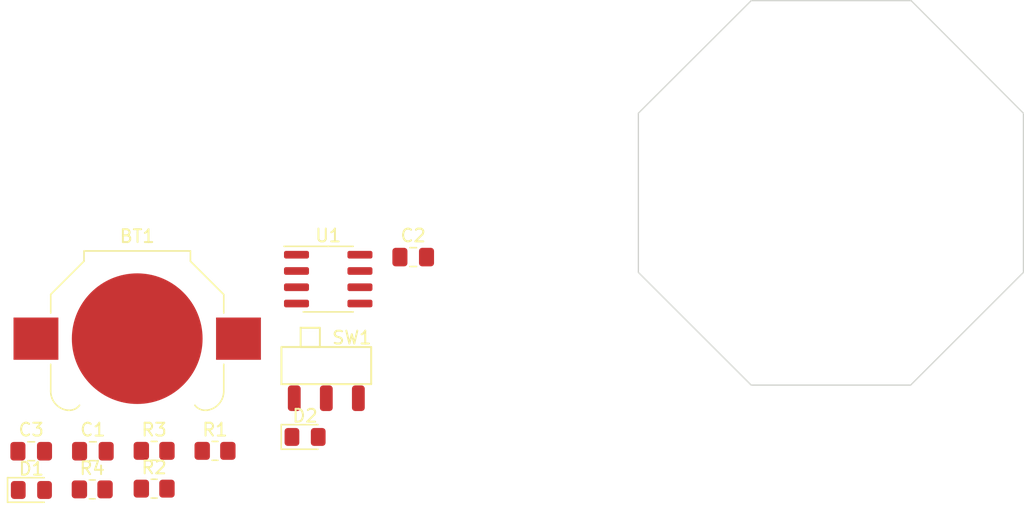
<source format=kicad_pcb>
(kicad_pcb (version 20211014) (generator pcbnew)
  (layers (0 "F.Cu" signal) (31 "B.Cu" signal) (34 "B.Paste" user) (35 "F.Paste" user) (36 "B.SilkS" user "B.Silkscreen") (37 "F.SilkS" user "F.Silkscreen") (38 "B.Mask" user) (39 "F.Mask" user) (44 "Edge.Cuts" user))
  (net 0 "")
  (net 1 "Net-(BT1-Pad1)")
  (net 2 "GND")
  (net 3 "Net-(C1-Pad1)")
  (net 4 "Net-(C2-Pad1)")
  (net 5 "Net-(C3-Pad1)")
  (net 6 "Net-(D1-Pad1)")
  (net 7 "Net-(D2-Pad1)")
  (net 8 "Net-(D2-Pad2)")
  (net 9 "Net-(R1-Pad2)")
  (footprint "Resistor_SMD:R_0805_2012Metric_Pad1.20x1.40mm_HandSolder" (layer "F.Cu") (at 143.095 104.635)
    (fp_text reference "R3" (at 0 -1.65) (layer "F.SilkS"))
    (fp_text value "200Ω")
    (fp_line (start -0.227064 0.735) (end 0.227064 0.735) (layer "F.SilkS") (width 0.12))
    (fp_line (start -0.227064 -0.735) (end 0.227064 -0.735) (layer "F.SilkS") (width 0.12))
    (pad "1" smd roundrect (at -1 0) (size 1.2 1.4) (layers "F.Cu" "F.Paste" "F.Mask") (roundrect_rratio 0.208333) (net 6 "Net-(D1-Pad1)"))
    (pad "2" smd roundrect (at 1 0) (size 1.2 1.4) (layers "F.Cu" "F.Paste" "F.Mask") (roundrect_rratio 0.208333) (net 8 "Net-(D2-Pad2)"))
  )
  (footprint "Blinky_ZAM:SSK-1202" (layer "F.Cu") (at 156.526201 100.526199)
    (property "Reference" "SW?")
    (property "Value" "SW_SPDT")
    (fp_text reference "SW1" (at 1.99 -4.73 unlocked) (layer "F.SilkS"))
    (fp_text value "SW_SPDT")
    (fp_rect (start -3.500001 -1.1) (end 3.500001 -4) (layer "F.SilkS") (width 0.1524) (fill none))
    (fp_rect (start -2 -5.499999) (end -0.5 -4) (layer "F.SilkS") (width 0.1524) (fill none))
    (pad "" np_thru_hole circle (at -1.5 -2.75) (size 0.8 0.8) (drill 0.8) (layers F&B.Cu *.Mask))
    (pad "" np_thru_hole circle (at 1.5 -2.75) (size 0.8 0.8) (drill 0.8) (layers F&B.Cu *.Mask))
    (pad "1" smd roundrect (at -2.5 0) (size 1 2) (layers "F.Cu" "F.Paste" "F.Mask") (net 4 "Net-(C2-Pad1)"))
    (pad "2" smd roundrect (at 0 0) (size 1 2) (layers "F.Cu" "F.Paste" "F.Mask") (net 1 "Net-(BT1-Pad1)"))
    (pad "3" smd roundrect (at 2.5 0) (size 1 2) (layers "F.Cu" "F.Paste" "F.Mask"))
  )
  (footprint "Capacitor_SMD:C_0805_2012Metric_Pad1.18x1.45mm_HandSolder" (layer "F.Cu") (at 138.315 104.665)
    (fp_text reference "C1" (at 0 -1.68) (layer "F.SilkS"))
    (fp_text value "300nF")
    (fp_line (start -0.261252 -0.735) (end 0.261252 -0.735) (layer "F.SilkS") (width 0.12))
    (fp_line (start -0.261252 0.735) (end 0.261252 0.735) (layer "F.SilkS") (width 0.12))
    (pad "1" smd roundrect (at -1.0375 0) (size 1.175 1.45) (layers "F.Cu" "F.Paste" "F.Mask") (roundrect_rratio 0.212766) (net 3 "Net-(C1-Pad1)"))
    (pad "2" smd roundrect (at 1.0375 0) (size 1.175 1.45) (layers "F.Cu" "F.Paste" "F.Mask") (roundrect_rratio 0.212766) (net 2 "GND"))
  )
  (footprint "Battery:BatteryHolder_Keystone_3000_1x12mm" (layer "F.Cu") (at 141.775 95.875)
    (fp_text reference "BT1" (at 0 -8) (layer "F.SilkS"))
    (fp_text value "Battery_Cell")
    (fp_line (start 6.75 -3.45) (end 6.75 -2) (layer "F.SilkS") (width 0.12))
    (fp_line (start -6.75 -3.45) (end -4.15 -6.05) (layer "F.SilkS") (width 0.12))
    (fp_line (start 4.15 -6.85) (end 4.15 -6.05) (layer "F.SilkS") (width 0.12))
    (fp_line (start -4.15 -6.05) (end -4.15 -6.85) (layer "F.SilkS") (width 0.12))
    (fp_line (start -6.75 2) (end -6.75 4.1) (layer "F.SilkS") (width 0.12))
    (fp_line (start -6.75 -2) (end -6.75 -3.45) (layer "F.SilkS") (width 0.12))
    (fp_line (start 4.15 -6.05) (end 6.75 -3.45) (layer "F.SilkS") (width 0.12))
    (fp_line (start -4.15 -6.85) (end 4.15 -6.85) (layer "F.SilkS") (width 0.12))
    (fp_line (start 6.75 2) (end 6.75 4.1) (layer "F.SilkS") (width 0.12))
    (fp_arc (start 5.414615 5.58416) (mid 4.90584 5.514615) (end 4.5 5.2) (layer "F.SilkS") (width 0.12))
    (fp_arc (start 6.75 4.05) (mid 6.346016 5.125305) (end 5.3 5.6) (layer "F.SilkS") (width 0.12))
    (fp_arc (start -5.3 5.6) (mid -6.346016 5.125305) (end -6.75 4.05) (layer "F.SilkS") (width 0.12))
    (fp_arc (start -4.5 5.2) (mid -4.90584 5.514615) (end -5.414615 5.58416) (layer "F.SilkS") (width 0.12))
    (pad "1" smd rect (at 7.9 0) (size 3.5 3.3) (layers "F.Cu" "F.Paste" "F.Mask") (net 1 "Net-(BT1-Pad1)"))
    (pad "1" smd rect (at -7.9 0) (size 3.5 3.3) (layers "F.Cu" "F.Paste" "F.Mask") (net 1 "Net-(BT1-Pad1)"))
    (pad "2" smd circle (at 0 0) (size 10.2 10.2) (layers "F.Cu" "F.Mask") (net 2 "GND"))
  )
  (footprint "Capacitor_SMD:C_0805_2012Metric_Pad1.18x1.45mm_HandSolder" (layer "F.Cu") (at 133.505 104.665)
    (fp_text reference "C3" (at 0 -1.68) (layer "F.SilkS"))
    (fp_text value "100nF")
    (fp_line (start -0.261252 -0.735) (end 0.261252 -0.735) (layer "F.SilkS") (width 0.12))
    (fp_line (start -0.261252 0.735) (end 0.261252 0.735) (layer "F.SilkS") (width 0.12))
    (pad "1" smd roundrect (at -1.0375 0) (size 1.175 1.45) (layers "F.Cu" "F.Paste" "F.Mask") (roundrect_rratio 0.212766) (net 5 "Net-(C3-Pad1)"))
    (pad "2" smd roundrect (at 1.0375 0) (size 1.175 1.45) (layers "F.Cu" "F.Paste" "F.Mask") (roundrect_rratio 0.212766) (net 2 "GND"))
  )
  (footprint "Resistor_SMD:R_0805_2012Metric_Pad1.20x1.40mm_HandSolder" (layer "F.Cu") (at 147.845 104.635)
    (fp_text reference "R1" (at 0 -1.65) (layer "F.SilkS"))
    (fp_text value "10kΩ")
    (fp_line (start -0.227064 0.735) (end 0.227064 0.735) (layer "F.SilkS") (width 0.12))
    (fp_line (start -0.227064 -0.735) (end 0.227064 -0.735) (layer "F.SilkS") (width 0.12))
    (pad "1" smd roundrect (at -1 0) (size 1.2 1.4) (layers "F.Cu" "F.Paste" "F.Mask") (roundrect_rratio 0.208333) (net 4 "Net-(C2-Pad1)"))
    (pad "2" smd roundrect (at 1 0) (size 1.2 1.4) (layers "F.Cu" "F.Paste" "F.Mask") (roundrect_rratio 0.208333) (net 9 "Net-(R1-Pad2)"))
  )
  (footprint "Resistor_SMD:R_0805_2012Metric_Pad1.20x1.40mm_HandSolder" (layer "F.Cu") (at 138.265 107.645)
    (fp_text reference "R4" (at 0 -1.65) (layer "F.SilkS"))
    (fp_text value "200Ω")
    (fp_line (start -0.227064 -0.735) (end 0.227064 -0.735) (layer "F.SilkS") (width 0.12))
    (fp_line (start -0.227064 0.735) (end 0.227064 0.735) (layer "F.SilkS") (width 0.12))
    (pad "1" smd roundrect (at -1 0) (size 1.2 1.4) (layers "F.Cu" "F.Paste" "F.Mask") (roundrect_rratio 0.208333) (net 7 "Net-(D2-Pad1)"))
    (pad "2" smd roundrect (at 1 0) (size 1.2 1.4) (layers "F.Cu" "F.Paste" "F.Mask") (roundrect_rratio 0.208333) (net 2 "GND"))
  )
  (footprint "Capacitor_SMD:C_0805_2012Metric_Pad1.18x1.45mm_HandSolder" (layer "F.Cu") (at 163.305 89.505)
    (fp_text reference "C2" (at 0 -1.68) (layer "F.SilkS"))
    (fp_text value "100nF")
    (fp_line (start -0.261252 -0.735) (end 0.261252 -0.735) (layer "F.SilkS") (width 0.12))
    (fp_line (start -0.261252 0.735) (end 0.261252 0.735) (layer "F.SilkS") (width 0.12))
    (pad "1" smd roundrect (at -1.0375 0) (size 1.175 1.45) (layers "F.Cu" "F.Paste" "F.Mask") (roundrect_rratio 0.212766) (net 4 "Net-(C2-Pad1)"))
    (pad "2" smd roundrect (at 1.0375 0) (size 1.175 1.45) (layers "F.Cu" "F.Paste" "F.Mask") (roundrect_rratio 0.212766) (net 2 "GND"))
  )
  (footprint "LED_SMD:LED_0805_2012Metric_Pad1.15x1.40mm_HandSolder" (layer "F.Cu") (at 154.87 103.55)
    (fp_text reference "D2" (at 0 -1.65) (layer "F.SilkS"))
    (fp_text value "LED")
    (fp_line (start -1.86 -0.96) (end -1.86 0.96) (layer "F.SilkS") (width 0.12))
    (fp_line (start 1 -0.96) (end -1.86 -0.96) (layer "F.SilkS") (width 0.12))
    (fp_line (start -1.86 0.96) (end 1 0.96) (layer "F.SilkS") (width 0.12))
    (pad "1" smd roundrect (at -1.025 0) (size 1.15 1.4) (layers "F.Cu" "F.Paste" "F.Mask") (roundrect_rratio 0.217391) (net 7 "Net-(D2-Pad1)"))
    (pad "2" smd roundrect (at 1.025 0) (size 1.15 1.4) (layers "F.Cu" "F.Paste" "F.Mask") (roundrect_rratio 0.217391) (net 8 "Net-(D2-Pad2)"))
  )
  (footprint "Package_SO:SOIC-8_3.9x4.9mm_P1.27mm" (layer "F.Cu") (at 156.675 91.225)
    (fp_text reference "U1" (at 0 -3.4) (layer "F.SilkS"))
    (fp_text value "TLC551CD‎")
    (fp_line (start 0 2.56) (end 1.95 2.56) (layer "F.SilkS") (width 0.12))
    (fp_line (start 0 -2.56) (end -3.45 -2.56) (layer "F.SilkS") (width 0.12))
    (fp_line (start 0 2.56) (end -1.95 2.56) (layer "F.SilkS") (width 0.12))
    (fp_line (start 0 -2.56) (end 1.95 -2.56) (layer "F.SilkS") (width 0.12))
    (pad "1" smd roundrect (at -2.475 -1.905) (size 1.95 0.6) (layers "F.Cu" "F.Paste" "F.Mask") (net 2 "GND"))
    (pad "2" smd roundrect (at -2.475 -0.635) (size 1.95 0.6) (layers "F.Cu" "F.Paste" "F.Mask") (net 3 "Net-(C1-Pad1)"))
    (pad "3" smd roundrect (at -2.475 0.635) (size 1.95 0.6) (layers "F.Cu" "F.Paste" "F.Mask") (net 8 "Net-(D2-Pad2)"))
    (pad "4" smd roundrect (at -2.475 1.905) (size 1.95 0.6) (layers "F.Cu" "F.Paste" "F.Mask") (net 4 "Net-(C2-Pad1)"))
    (pad "5" smd roundrect (at 2.475 1.905) (size 1.95 0.6) (layers "F.Cu" "F.Paste" "F.Mask") (net 5 "Net-(C3-Pad1)"))
    (pad "6" smd roundrect (at 2.475 0.635) (size 1.95 0.6) (layers "F.Cu" "F.Paste" "F.Mask") (net 3 "Net-(C1-Pad1)"))
    (pad "7" smd roundrect (at 2.475 -0.635) (size 1.95 0.6) (layers "F.Cu" "F.Paste" "F.Mask") (net 9 "Net-(R1-Pad2)"))
    (pad "8" smd roundrect (at 2.475 -1.905) (size 1.95 0.6) (layers "F.Cu" "F.Paste" "F.Mask") (net 4 "Net-(C2-Pad1)"))
  )
  (footprint "Resistor_SMD:R_0805_2012Metric_Pad1.20x1.40mm_HandSolder" (layer "F.Cu") (at 143.095 107.585)
    (fp_text reference "R2" (at 0 -1.65) (layer "F.SilkS"))
    (fp_text value "1MΩ")
    (fp_line (start -0.227064 -0.735) (end 0.227064 -0.735) (layer "F.SilkS") (width 0.12))
    (fp_line (start -0.227064 0.735) (end 0.227064 0.735) (layer "F.SilkS") (width 0.12))
    (pad "1" smd roundrect (at -1 0) (size 1.2 1.4) (layers "F.Cu" "F.Paste" "F.Mask") (roundrect_rratio 0.208333) (net 9 "Net-(R1-Pad2)"))
    (pad "2" smd roundrect (at 1 0) (size 1.2 1.4) (layers "F.Cu" "F.Paste" "F.Mask") (roundrect_rratio 0.208333) (net 3 "Net-(C1-Pad1)"))
  )
  (footprint "LED_SMD:LED_0805_2012Metric_Pad1.15x1.40mm_HandSolder" (layer "F.Cu") (at 133.52 107.69)
    (fp_text reference "D1" (at 0 -1.65) (layer "F.SilkS"))
    (fp_text value "LED")
    (fp_line (start -1.86 0.96) (end 1 0.96) (layer "F.SilkS") (width 0.12))
    (fp_line (start 1 -0.96) (end -1.86 -0.96) (layer "F.SilkS") (width 0.12))
    (fp_line (start -1.86 -0.96) (end -1.86 0.96) (layer "F.SilkS") (width 0.12))
    (pad "1" smd roundrect (at -1.025 0) (size 1.15 1.4) (layers "F.Cu" "F.Paste" "F.Mask") (roundrect_rratio 0.217391) (net 6 "Net-(D1-Pad1)"))
    (pad "2" smd roundrect (at 1.025 0) (size 1.15 1.4) (layers "F.Cu" "F.Paste" "F.Mask") (roundrect_rratio 0.217391) (net 4 "Net-(C2-Pad1)"))
  )
  (gr_poly (pts (xy 210.91 78.27) (xy 210.91 90.7) (xy 202.11 99.5) (xy 189.67 99.5) (xy 180.87 90.7) (xy 180.87 78.27) (xy 189.67 69.48) (xy 202.15 69.48)) (layer "Edge.Cuts") (width 0.1) (fill none))
)
</source>
